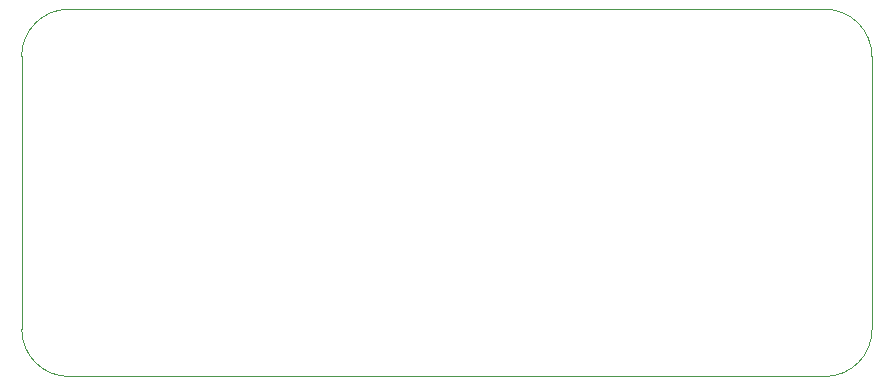
<source format=gbr>
%TF.GenerationSoftware,KiCad,Pcbnew,9.0.0*%
%TF.CreationDate,2025-03-20T15:52:25+01:00*%
%TF.ProjectId,PCB_secondaire,5043425f-7365-4636-9f6e-64616972652e,rev?*%
%TF.SameCoordinates,Original*%
%TF.FileFunction,Profile,NP*%
%FSLAX46Y46*%
G04 Gerber Fmt 4.6, Leading zero omitted, Abs format (unit mm)*
G04 Created by KiCad (PCBNEW 9.0.0) date 2025-03-20 15:52:25*
%MOMM*%
%LPD*%
G01*
G04 APERTURE LIST*
%TA.AperFunction,Profile*%
%ADD10C,0.050000*%
%TD*%
G04 APERTURE END LIST*
D10*
X98610000Y-155100000D02*
X161610000Y-155100000D01*
X162600000Y-124000000D02*
X98600000Y-124000000D01*
X166610000Y-151100000D02*
G75*
G02*
X162610000Y-155100000I-4000000J0D01*
G01*
X98610000Y-155100000D02*
G75*
G02*
X94610000Y-151100000I0J4000000D01*
G01*
X162610000Y-155100000D02*
X161610000Y-155100000D01*
X166610000Y-131100000D02*
X166600000Y-128000000D01*
X94600000Y-128000000D02*
G75*
G02*
X98600000Y-124000000I4000000J0D01*
G01*
X94610000Y-131100000D02*
X94600000Y-128000000D01*
X162600000Y-124000000D02*
G75*
G02*
X166600000Y-128000000I0J-4000000D01*
G01*
X166610000Y-131100000D02*
X166610000Y-151100000D01*
X94610000Y-151100000D02*
X94610000Y-131100000D01*
M02*

</source>
